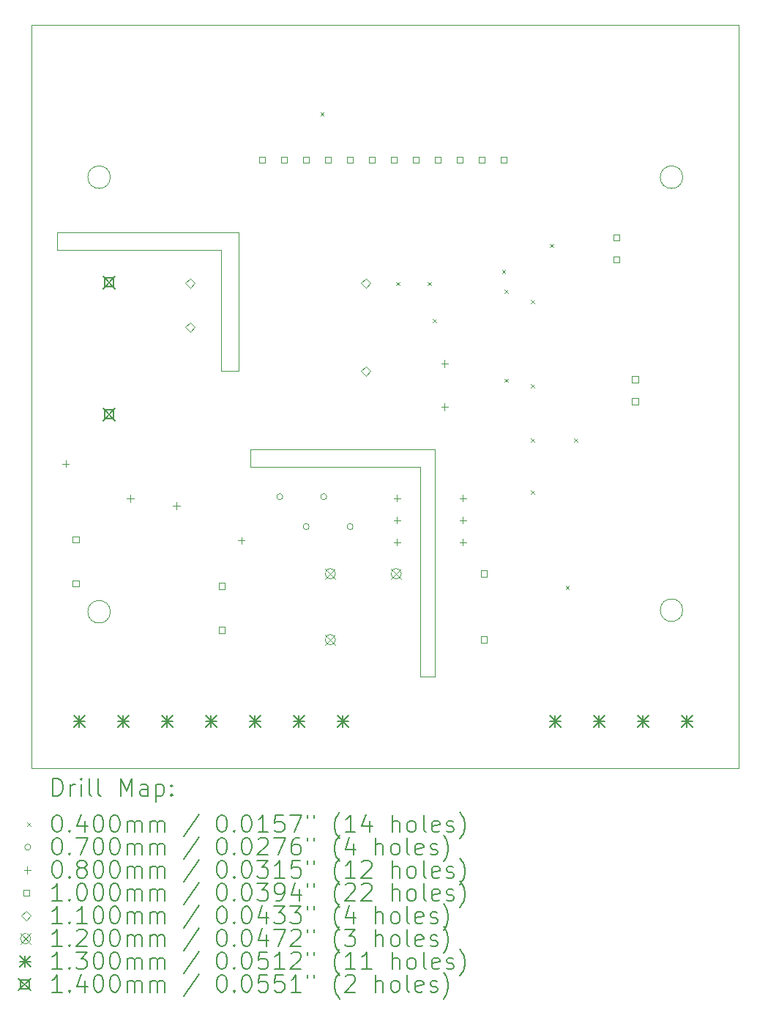
<source format=gbr>
%TF.GenerationSoftware,KiCad,Pcbnew,(6.0.9)*%
%TF.CreationDate,2023-01-13T11:10:19+01:00*%
%TF.ProjectId,heating-controller,68656174-696e-4672-9d63-6f6e74726f6c,rev?*%
%TF.SameCoordinates,Original*%
%TF.FileFunction,Drillmap*%
%TF.FilePolarity,Positive*%
%FSLAX45Y45*%
G04 Gerber Fmt 4.5, Leading zero omitted, Abs format (unit mm)*
G04 Created by KiCad (PCBNEW (6.0.9)) date 2023-01-13 11:10:19*
%MOMM*%
%LPD*%
G01*
G04 APERTURE LIST*
%ADD10C,0.100000*%
%ADD11C,0.200000*%
%ADD12C,0.040000*%
%ADD13C,0.070000*%
%ADD14C,0.080000*%
%ADD15C,0.110000*%
%ADD16C,0.120000*%
%ADD17C,0.130000*%
%ADD18C,0.140000*%
G04 APERTURE END LIST*
D10*
X2930000Y-3770000D02*
G75*
G03*
X2930000Y-3770000I-130000J0D01*
G01*
X6680000Y-9541100D02*
X6515000Y-9541100D01*
X6515000Y-7112860D01*
X4549920Y-7112860D01*
X4549920Y-6910000D01*
X6680000Y-6910000D01*
X6680000Y-9541100D01*
X2015000Y-2010000D02*
X10200000Y-2010000D01*
X10200000Y-2010000D02*
X10200000Y-10600000D01*
X10200000Y-10600000D02*
X2015000Y-10600000D01*
X2015000Y-10600000D02*
X2015000Y-2010000D01*
X2930000Y-8790000D02*
G75*
G03*
X2930000Y-8790000I-130000J0D01*
G01*
X9550000Y-3770000D02*
G75*
G03*
X9550000Y-3770000I-130000J0D01*
G01*
X4415000Y-6010000D02*
X4215000Y-6010000D01*
X4215000Y-4610000D01*
X2315000Y-4610000D01*
X2315000Y-4410000D01*
X4415000Y-4410000D01*
X4415000Y-6010000D01*
X9550000Y-8771480D02*
G75*
G03*
X9550000Y-8771480I-130000J0D01*
G01*
D11*
D12*
X5360000Y-3020000D02*
X5400000Y-3060000D01*
X5400000Y-3020000D02*
X5360000Y-3060000D01*
X6235800Y-4979580D02*
X6275800Y-5019580D01*
X6275800Y-4979580D02*
X6235800Y-5019580D01*
X6602560Y-4979580D02*
X6642560Y-5019580D01*
X6642560Y-4979580D02*
X6602560Y-5019580D01*
X6660980Y-5408840D02*
X6700980Y-5448840D01*
X6700980Y-5408840D02*
X6660980Y-5448840D01*
X7460000Y-4840000D02*
X7500000Y-4880000D01*
X7500000Y-4840000D02*
X7460000Y-4880000D01*
X7491560Y-5070000D02*
X7531560Y-5110000D01*
X7531560Y-5070000D02*
X7491560Y-5110000D01*
X7491560Y-6097180D02*
X7531560Y-6137180D01*
X7531560Y-6097180D02*
X7491560Y-6137180D01*
X7795000Y-5190000D02*
X7835000Y-5230000D01*
X7835000Y-5190000D02*
X7795000Y-5230000D01*
X7795000Y-6163220D02*
X7835000Y-6203220D01*
X7835000Y-6163220D02*
X7795000Y-6203220D01*
X7795000Y-6790000D02*
X7835000Y-6830000D01*
X7835000Y-6790000D02*
X7795000Y-6830000D01*
X7795000Y-7390000D02*
X7835000Y-7430000D01*
X7835000Y-7390000D02*
X7795000Y-7430000D01*
X8015000Y-4540000D02*
X8055000Y-4580000D01*
X8055000Y-4540000D02*
X8015000Y-4580000D01*
X8195000Y-8490000D02*
X8235000Y-8530000D01*
X8235000Y-8490000D02*
X8195000Y-8530000D01*
X8295000Y-6790000D02*
X8335000Y-6830000D01*
X8335000Y-6790000D02*
X8295000Y-6830000D01*
D13*
X4925280Y-7460840D02*
G75*
G03*
X4925280Y-7460840I-35000J0D01*
G01*
X5230080Y-7806280D02*
G75*
G03*
X5230080Y-7806280I-35000J0D01*
G01*
X5433280Y-7460840D02*
G75*
G03*
X5433280Y-7460840I-35000J0D01*
G01*
X5738080Y-7806280D02*
G75*
G03*
X5738080Y-7806280I-35000J0D01*
G01*
D14*
X2412160Y-7040500D02*
X2412160Y-7120500D01*
X2372160Y-7080500D02*
X2452160Y-7080500D01*
X3162160Y-7440500D02*
X3162160Y-7520500D01*
X3122160Y-7480500D02*
X3202160Y-7480500D01*
X3694860Y-7525640D02*
X3694860Y-7605640D01*
X3654860Y-7565640D02*
X3734860Y-7565640D01*
X4444860Y-7925640D02*
X4444860Y-8005640D01*
X4404860Y-7965640D02*
X4484860Y-7965640D01*
X6246640Y-7438620D02*
X6246640Y-7518620D01*
X6206640Y-7478620D02*
X6286640Y-7478620D01*
X6246640Y-7692620D02*
X6246640Y-7772620D01*
X6206640Y-7732620D02*
X6286640Y-7732620D01*
X6246640Y-7946620D02*
X6246640Y-8026620D01*
X6206640Y-7986620D02*
X6286640Y-7986620D01*
X6797820Y-5884140D02*
X6797820Y-5964140D01*
X6757820Y-5924140D02*
X6837820Y-5924140D01*
X6797820Y-6384140D02*
X6797820Y-6464140D01*
X6757820Y-6424140D02*
X6837820Y-6424140D01*
X7008640Y-7438620D02*
X7008640Y-7518620D01*
X6968640Y-7478620D02*
X7048640Y-7478620D01*
X7008640Y-7692620D02*
X7008640Y-7772620D01*
X6968640Y-7732620D02*
X7048640Y-7732620D01*
X7008640Y-7946620D02*
X7008640Y-8026620D01*
X6968640Y-7986620D02*
X7048640Y-7986620D01*
D10*
X2565976Y-7991496D02*
X2565976Y-7920784D01*
X2495264Y-7920784D01*
X2495264Y-7991496D01*
X2565976Y-7991496D01*
X2565976Y-8499496D02*
X2565976Y-8428784D01*
X2495264Y-8428784D01*
X2495264Y-8499496D01*
X2565976Y-8499496D01*
X4255356Y-8527356D02*
X4255356Y-8456644D01*
X4184644Y-8456644D01*
X4184644Y-8527356D01*
X4255356Y-8527356D01*
X4255356Y-9035356D02*
X4255356Y-8964644D01*
X4184644Y-8964644D01*
X4184644Y-9035356D01*
X4255356Y-9035356D01*
X4718356Y-3605356D02*
X4718356Y-3534644D01*
X4647644Y-3534644D01*
X4647644Y-3605356D01*
X4718356Y-3605356D01*
X4972356Y-3605356D02*
X4972356Y-3534644D01*
X4901644Y-3534644D01*
X4901644Y-3605356D01*
X4972356Y-3605356D01*
X5226356Y-3605356D02*
X5226356Y-3534644D01*
X5155644Y-3534644D01*
X5155644Y-3605356D01*
X5226356Y-3605356D01*
X5480356Y-3605356D02*
X5480356Y-3534644D01*
X5409644Y-3534644D01*
X5409644Y-3605356D01*
X5480356Y-3605356D01*
X5734356Y-3605356D02*
X5734356Y-3534644D01*
X5663644Y-3534644D01*
X5663644Y-3605356D01*
X5734356Y-3605356D01*
X5988356Y-3605356D02*
X5988356Y-3534644D01*
X5917644Y-3534644D01*
X5917644Y-3605356D01*
X5988356Y-3605356D01*
X6242356Y-3605356D02*
X6242356Y-3534644D01*
X6171644Y-3534644D01*
X6171644Y-3605356D01*
X6242356Y-3605356D01*
X6496356Y-3605356D02*
X6496356Y-3534644D01*
X6425644Y-3534644D01*
X6425644Y-3605356D01*
X6496356Y-3605356D01*
X6750356Y-3605356D02*
X6750356Y-3534644D01*
X6679644Y-3534644D01*
X6679644Y-3605356D01*
X6750356Y-3605356D01*
X7004356Y-3605356D02*
X7004356Y-3534644D01*
X6933644Y-3534644D01*
X6933644Y-3605356D01*
X7004356Y-3605356D01*
X7258356Y-3605356D02*
X7258356Y-3534644D01*
X7187644Y-3534644D01*
X7187644Y-3605356D01*
X7258356Y-3605356D01*
X7287836Y-8385356D02*
X7287836Y-8314644D01*
X7217124Y-8314644D01*
X7217124Y-8385356D01*
X7287836Y-8385356D01*
X7287836Y-9147356D02*
X7287836Y-9076644D01*
X7217124Y-9076644D01*
X7217124Y-9147356D01*
X7287836Y-9147356D01*
X7512356Y-3605356D02*
X7512356Y-3534644D01*
X7441644Y-3534644D01*
X7441644Y-3605356D01*
X7512356Y-3605356D01*
X8820356Y-4500356D02*
X8820356Y-4429644D01*
X8749644Y-4429644D01*
X8749644Y-4500356D01*
X8820356Y-4500356D01*
X8820356Y-4754356D02*
X8820356Y-4683644D01*
X8749644Y-4683644D01*
X8749644Y-4754356D01*
X8820356Y-4754356D01*
X9035356Y-6141356D02*
X9035356Y-6070644D01*
X8964644Y-6070644D01*
X8964644Y-6141356D01*
X9035356Y-6141356D01*
X9035356Y-6395356D02*
X9035356Y-6324644D01*
X8964644Y-6324644D01*
X8964644Y-6395356D01*
X9035356Y-6395356D01*
D15*
X3852420Y-5050000D02*
X3907420Y-4995000D01*
X3852420Y-4940000D01*
X3797420Y-4995000D01*
X3852420Y-5050000D01*
X3852420Y-5558000D02*
X3907420Y-5503000D01*
X3852420Y-5448000D01*
X3797420Y-5503000D01*
X3852420Y-5558000D01*
X5884420Y-5050000D02*
X5939420Y-4995000D01*
X5884420Y-4940000D01*
X5829420Y-4995000D01*
X5884420Y-5050000D01*
X5884420Y-6066000D02*
X5939420Y-6011000D01*
X5884420Y-5956000D01*
X5829420Y-6011000D01*
X5884420Y-6066000D01*
D16*
X5414480Y-8290000D02*
X5534480Y-8410000D01*
X5534480Y-8290000D02*
X5414480Y-8410000D01*
X5534480Y-8350000D02*
G75*
G03*
X5534480Y-8350000I-60000J0D01*
G01*
X5414480Y-9052000D02*
X5534480Y-9172000D01*
X5534480Y-9052000D02*
X5414480Y-9172000D01*
X5534480Y-9112000D02*
G75*
G03*
X5534480Y-9112000I-60000J0D01*
G01*
X6176480Y-8290000D02*
X6296480Y-8410000D01*
X6296480Y-8290000D02*
X6176480Y-8410000D01*
X6296480Y-8350000D02*
G75*
G03*
X6296480Y-8350000I-60000J0D01*
G01*
D17*
X2507000Y-9990000D02*
X2637000Y-10120000D01*
X2637000Y-9990000D02*
X2507000Y-10120000D01*
X2572000Y-9990000D02*
X2572000Y-10120000D01*
X2507000Y-10055000D02*
X2637000Y-10055000D01*
X3015000Y-9990000D02*
X3145000Y-10120000D01*
X3145000Y-9990000D02*
X3015000Y-10120000D01*
X3080000Y-9990000D02*
X3080000Y-10120000D01*
X3015000Y-10055000D02*
X3145000Y-10055000D01*
X3523000Y-9990000D02*
X3653000Y-10120000D01*
X3653000Y-9990000D02*
X3523000Y-10120000D01*
X3588000Y-9990000D02*
X3588000Y-10120000D01*
X3523000Y-10055000D02*
X3653000Y-10055000D01*
X4031000Y-9990000D02*
X4161000Y-10120000D01*
X4161000Y-9990000D02*
X4031000Y-10120000D01*
X4096000Y-9990000D02*
X4096000Y-10120000D01*
X4031000Y-10055000D02*
X4161000Y-10055000D01*
X4539000Y-9990000D02*
X4669000Y-10120000D01*
X4669000Y-9990000D02*
X4539000Y-10120000D01*
X4604000Y-9990000D02*
X4604000Y-10120000D01*
X4539000Y-10055000D02*
X4669000Y-10055000D01*
X5047000Y-9990000D02*
X5177000Y-10120000D01*
X5177000Y-9990000D02*
X5047000Y-10120000D01*
X5112000Y-9990000D02*
X5112000Y-10120000D01*
X5047000Y-10055000D02*
X5177000Y-10055000D01*
X5555000Y-9990000D02*
X5685000Y-10120000D01*
X5685000Y-9990000D02*
X5555000Y-10120000D01*
X5620000Y-9990000D02*
X5620000Y-10120000D01*
X5555000Y-10055000D02*
X5685000Y-10055000D01*
X8010000Y-9990000D02*
X8140000Y-10120000D01*
X8140000Y-9990000D02*
X8010000Y-10120000D01*
X8075000Y-9990000D02*
X8075000Y-10120000D01*
X8010000Y-10055000D02*
X8140000Y-10055000D01*
X8518000Y-9990000D02*
X8648000Y-10120000D01*
X8648000Y-9990000D02*
X8518000Y-10120000D01*
X8583000Y-9990000D02*
X8583000Y-10120000D01*
X8518000Y-10055000D02*
X8648000Y-10055000D01*
X9026000Y-9990000D02*
X9156000Y-10120000D01*
X9156000Y-9990000D02*
X9026000Y-10120000D01*
X9091000Y-9990000D02*
X9091000Y-10120000D01*
X9026000Y-10055000D02*
X9156000Y-10055000D01*
X9534000Y-9990000D02*
X9664000Y-10120000D01*
X9664000Y-9990000D02*
X9534000Y-10120000D01*
X9599000Y-9990000D02*
X9599000Y-10120000D01*
X9534000Y-10055000D02*
X9664000Y-10055000D01*
D18*
X2845000Y-4916000D02*
X2985000Y-5056000D01*
X2985000Y-4916000D02*
X2845000Y-5056000D01*
X2964498Y-5035498D02*
X2964498Y-4936502D01*
X2865502Y-4936502D01*
X2865502Y-5035498D01*
X2964498Y-5035498D01*
X2845000Y-6440000D02*
X2985000Y-6580000D01*
X2985000Y-6440000D02*
X2845000Y-6580000D01*
X2964498Y-6559498D02*
X2964498Y-6460502D01*
X2865502Y-6460502D01*
X2865502Y-6559498D01*
X2964498Y-6559498D01*
D11*
X2267619Y-10915476D02*
X2267619Y-10715476D01*
X2315238Y-10715476D01*
X2343810Y-10725000D01*
X2362857Y-10744048D01*
X2372381Y-10763095D01*
X2381905Y-10801190D01*
X2381905Y-10829762D01*
X2372381Y-10867857D01*
X2362857Y-10886905D01*
X2343810Y-10905952D01*
X2315238Y-10915476D01*
X2267619Y-10915476D01*
X2467619Y-10915476D02*
X2467619Y-10782143D01*
X2467619Y-10820238D02*
X2477143Y-10801190D01*
X2486667Y-10791667D01*
X2505714Y-10782143D01*
X2524762Y-10782143D01*
X2591429Y-10915476D02*
X2591429Y-10782143D01*
X2591429Y-10715476D02*
X2581905Y-10725000D01*
X2591429Y-10734524D01*
X2600952Y-10725000D01*
X2591429Y-10715476D01*
X2591429Y-10734524D01*
X2715238Y-10915476D02*
X2696190Y-10905952D01*
X2686667Y-10886905D01*
X2686667Y-10715476D01*
X2820000Y-10915476D02*
X2800952Y-10905952D01*
X2791429Y-10886905D01*
X2791429Y-10715476D01*
X3048571Y-10915476D02*
X3048571Y-10715476D01*
X3115238Y-10858333D01*
X3181905Y-10715476D01*
X3181905Y-10915476D01*
X3362857Y-10915476D02*
X3362857Y-10810714D01*
X3353333Y-10791667D01*
X3334286Y-10782143D01*
X3296190Y-10782143D01*
X3277143Y-10791667D01*
X3362857Y-10905952D02*
X3343809Y-10915476D01*
X3296190Y-10915476D01*
X3277143Y-10905952D01*
X3267619Y-10886905D01*
X3267619Y-10867857D01*
X3277143Y-10848810D01*
X3296190Y-10839286D01*
X3343809Y-10839286D01*
X3362857Y-10829762D01*
X3458095Y-10782143D02*
X3458095Y-10982143D01*
X3458095Y-10791667D02*
X3477143Y-10782143D01*
X3515238Y-10782143D01*
X3534286Y-10791667D01*
X3543809Y-10801190D01*
X3553333Y-10820238D01*
X3553333Y-10877381D01*
X3543809Y-10896429D01*
X3534286Y-10905952D01*
X3515238Y-10915476D01*
X3477143Y-10915476D01*
X3458095Y-10905952D01*
X3639048Y-10896429D02*
X3648571Y-10905952D01*
X3639048Y-10915476D01*
X3629524Y-10905952D01*
X3639048Y-10896429D01*
X3639048Y-10915476D01*
X3639048Y-10791667D02*
X3648571Y-10801190D01*
X3639048Y-10810714D01*
X3629524Y-10801190D01*
X3639048Y-10791667D01*
X3639048Y-10810714D01*
D12*
X1970000Y-11225000D02*
X2010000Y-11265000D01*
X2010000Y-11225000D02*
X1970000Y-11265000D01*
D11*
X2305714Y-11135476D02*
X2324762Y-11135476D01*
X2343810Y-11145000D01*
X2353333Y-11154524D01*
X2362857Y-11173571D01*
X2372381Y-11211667D01*
X2372381Y-11259286D01*
X2362857Y-11297381D01*
X2353333Y-11316428D01*
X2343810Y-11325952D01*
X2324762Y-11335476D01*
X2305714Y-11335476D01*
X2286667Y-11325952D01*
X2277143Y-11316428D01*
X2267619Y-11297381D01*
X2258095Y-11259286D01*
X2258095Y-11211667D01*
X2267619Y-11173571D01*
X2277143Y-11154524D01*
X2286667Y-11145000D01*
X2305714Y-11135476D01*
X2458095Y-11316428D02*
X2467619Y-11325952D01*
X2458095Y-11335476D01*
X2448571Y-11325952D01*
X2458095Y-11316428D01*
X2458095Y-11335476D01*
X2639048Y-11202143D02*
X2639048Y-11335476D01*
X2591429Y-11125952D02*
X2543810Y-11268809D01*
X2667619Y-11268809D01*
X2781905Y-11135476D02*
X2800952Y-11135476D01*
X2820000Y-11145000D01*
X2829524Y-11154524D01*
X2839048Y-11173571D01*
X2848571Y-11211667D01*
X2848571Y-11259286D01*
X2839048Y-11297381D01*
X2829524Y-11316428D01*
X2820000Y-11325952D01*
X2800952Y-11335476D01*
X2781905Y-11335476D01*
X2762857Y-11325952D01*
X2753333Y-11316428D01*
X2743810Y-11297381D01*
X2734286Y-11259286D01*
X2734286Y-11211667D01*
X2743810Y-11173571D01*
X2753333Y-11154524D01*
X2762857Y-11145000D01*
X2781905Y-11135476D01*
X2972381Y-11135476D02*
X2991428Y-11135476D01*
X3010476Y-11145000D01*
X3020000Y-11154524D01*
X3029524Y-11173571D01*
X3039048Y-11211667D01*
X3039048Y-11259286D01*
X3029524Y-11297381D01*
X3020000Y-11316428D01*
X3010476Y-11325952D01*
X2991428Y-11335476D01*
X2972381Y-11335476D01*
X2953333Y-11325952D01*
X2943809Y-11316428D01*
X2934286Y-11297381D01*
X2924762Y-11259286D01*
X2924762Y-11211667D01*
X2934286Y-11173571D01*
X2943809Y-11154524D01*
X2953333Y-11145000D01*
X2972381Y-11135476D01*
X3124762Y-11335476D02*
X3124762Y-11202143D01*
X3124762Y-11221190D02*
X3134286Y-11211667D01*
X3153333Y-11202143D01*
X3181905Y-11202143D01*
X3200952Y-11211667D01*
X3210476Y-11230714D01*
X3210476Y-11335476D01*
X3210476Y-11230714D02*
X3220000Y-11211667D01*
X3239048Y-11202143D01*
X3267619Y-11202143D01*
X3286667Y-11211667D01*
X3296190Y-11230714D01*
X3296190Y-11335476D01*
X3391428Y-11335476D02*
X3391428Y-11202143D01*
X3391428Y-11221190D02*
X3400952Y-11211667D01*
X3420000Y-11202143D01*
X3448571Y-11202143D01*
X3467619Y-11211667D01*
X3477143Y-11230714D01*
X3477143Y-11335476D01*
X3477143Y-11230714D02*
X3486667Y-11211667D01*
X3505714Y-11202143D01*
X3534286Y-11202143D01*
X3553333Y-11211667D01*
X3562857Y-11230714D01*
X3562857Y-11335476D01*
X3953333Y-11125952D02*
X3781905Y-11383095D01*
X4210476Y-11135476D02*
X4229524Y-11135476D01*
X4248571Y-11145000D01*
X4258095Y-11154524D01*
X4267619Y-11173571D01*
X4277143Y-11211667D01*
X4277143Y-11259286D01*
X4267619Y-11297381D01*
X4258095Y-11316428D01*
X4248571Y-11325952D01*
X4229524Y-11335476D01*
X4210476Y-11335476D01*
X4191428Y-11325952D01*
X4181905Y-11316428D01*
X4172381Y-11297381D01*
X4162857Y-11259286D01*
X4162857Y-11211667D01*
X4172381Y-11173571D01*
X4181905Y-11154524D01*
X4191428Y-11145000D01*
X4210476Y-11135476D01*
X4362857Y-11316428D02*
X4372381Y-11325952D01*
X4362857Y-11335476D01*
X4353333Y-11325952D01*
X4362857Y-11316428D01*
X4362857Y-11335476D01*
X4496190Y-11135476D02*
X4515238Y-11135476D01*
X4534286Y-11145000D01*
X4543810Y-11154524D01*
X4553333Y-11173571D01*
X4562857Y-11211667D01*
X4562857Y-11259286D01*
X4553333Y-11297381D01*
X4543810Y-11316428D01*
X4534286Y-11325952D01*
X4515238Y-11335476D01*
X4496190Y-11335476D01*
X4477143Y-11325952D01*
X4467619Y-11316428D01*
X4458095Y-11297381D01*
X4448571Y-11259286D01*
X4448571Y-11211667D01*
X4458095Y-11173571D01*
X4467619Y-11154524D01*
X4477143Y-11145000D01*
X4496190Y-11135476D01*
X4753333Y-11335476D02*
X4639048Y-11335476D01*
X4696190Y-11335476D02*
X4696190Y-11135476D01*
X4677143Y-11164048D01*
X4658095Y-11183095D01*
X4639048Y-11192619D01*
X4934286Y-11135476D02*
X4839048Y-11135476D01*
X4829524Y-11230714D01*
X4839048Y-11221190D01*
X4858095Y-11211667D01*
X4905714Y-11211667D01*
X4924762Y-11221190D01*
X4934286Y-11230714D01*
X4943810Y-11249762D01*
X4943810Y-11297381D01*
X4934286Y-11316428D01*
X4924762Y-11325952D01*
X4905714Y-11335476D01*
X4858095Y-11335476D01*
X4839048Y-11325952D01*
X4829524Y-11316428D01*
X5010476Y-11135476D02*
X5143810Y-11135476D01*
X5058095Y-11335476D01*
X5210476Y-11135476D02*
X5210476Y-11173571D01*
X5286667Y-11135476D02*
X5286667Y-11173571D01*
X5581905Y-11411667D02*
X5572381Y-11402143D01*
X5553333Y-11373571D01*
X5543810Y-11354524D01*
X5534286Y-11325952D01*
X5524762Y-11278333D01*
X5524762Y-11240238D01*
X5534286Y-11192619D01*
X5543810Y-11164048D01*
X5553333Y-11145000D01*
X5572381Y-11116429D01*
X5581905Y-11106905D01*
X5762857Y-11335476D02*
X5648571Y-11335476D01*
X5705714Y-11335476D02*
X5705714Y-11135476D01*
X5686667Y-11164048D01*
X5667619Y-11183095D01*
X5648571Y-11192619D01*
X5934286Y-11202143D02*
X5934286Y-11335476D01*
X5886667Y-11125952D02*
X5839048Y-11268809D01*
X5962857Y-11268809D01*
X6191428Y-11335476D02*
X6191428Y-11135476D01*
X6277143Y-11335476D02*
X6277143Y-11230714D01*
X6267619Y-11211667D01*
X6248571Y-11202143D01*
X6220000Y-11202143D01*
X6200952Y-11211667D01*
X6191428Y-11221190D01*
X6400952Y-11335476D02*
X6381905Y-11325952D01*
X6372381Y-11316428D01*
X6362857Y-11297381D01*
X6362857Y-11240238D01*
X6372381Y-11221190D01*
X6381905Y-11211667D01*
X6400952Y-11202143D01*
X6429524Y-11202143D01*
X6448571Y-11211667D01*
X6458095Y-11221190D01*
X6467619Y-11240238D01*
X6467619Y-11297381D01*
X6458095Y-11316428D01*
X6448571Y-11325952D01*
X6429524Y-11335476D01*
X6400952Y-11335476D01*
X6581905Y-11335476D02*
X6562857Y-11325952D01*
X6553333Y-11306905D01*
X6553333Y-11135476D01*
X6734286Y-11325952D02*
X6715238Y-11335476D01*
X6677143Y-11335476D01*
X6658095Y-11325952D01*
X6648571Y-11306905D01*
X6648571Y-11230714D01*
X6658095Y-11211667D01*
X6677143Y-11202143D01*
X6715238Y-11202143D01*
X6734286Y-11211667D01*
X6743809Y-11230714D01*
X6743809Y-11249762D01*
X6648571Y-11268809D01*
X6820000Y-11325952D02*
X6839048Y-11335476D01*
X6877143Y-11335476D01*
X6896190Y-11325952D01*
X6905714Y-11306905D01*
X6905714Y-11297381D01*
X6896190Y-11278333D01*
X6877143Y-11268809D01*
X6848571Y-11268809D01*
X6829524Y-11259286D01*
X6820000Y-11240238D01*
X6820000Y-11230714D01*
X6829524Y-11211667D01*
X6848571Y-11202143D01*
X6877143Y-11202143D01*
X6896190Y-11211667D01*
X6972381Y-11411667D02*
X6981905Y-11402143D01*
X7000952Y-11373571D01*
X7010476Y-11354524D01*
X7020000Y-11325952D01*
X7029524Y-11278333D01*
X7029524Y-11240238D01*
X7020000Y-11192619D01*
X7010476Y-11164048D01*
X7000952Y-11145000D01*
X6981905Y-11116429D01*
X6972381Y-11106905D01*
D13*
X2010000Y-11509000D02*
G75*
G03*
X2010000Y-11509000I-35000J0D01*
G01*
D11*
X2305714Y-11399476D02*
X2324762Y-11399476D01*
X2343810Y-11409000D01*
X2353333Y-11418524D01*
X2362857Y-11437571D01*
X2372381Y-11475667D01*
X2372381Y-11523286D01*
X2362857Y-11561381D01*
X2353333Y-11580428D01*
X2343810Y-11589952D01*
X2324762Y-11599476D01*
X2305714Y-11599476D01*
X2286667Y-11589952D01*
X2277143Y-11580428D01*
X2267619Y-11561381D01*
X2258095Y-11523286D01*
X2258095Y-11475667D01*
X2267619Y-11437571D01*
X2277143Y-11418524D01*
X2286667Y-11409000D01*
X2305714Y-11399476D01*
X2458095Y-11580428D02*
X2467619Y-11589952D01*
X2458095Y-11599476D01*
X2448571Y-11589952D01*
X2458095Y-11580428D01*
X2458095Y-11599476D01*
X2534286Y-11399476D02*
X2667619Y-11399476D01*
X2581905Y-11599476D01*
X2781905Y-11399476D02*
X2800952Y-11399476D01*
X2820000Y-11409000D01*
X2829524Y-11418524D01*
X2839048Y-11437571D01*
X2848571Y-11475667D01*
X2848571Y-11523286D01*
X2839048Y-11561381D01*
X2829524Y-11580428D01*
X2820000Y-11589952D01*
X2800952Y-11599476D01*
X2781905Y-11599476D01*
X2762857Y-11589952D01*
X2753333Y-11580428D01*
X2743810Y-11561381D01*
X2734286Y-11523286D01*
X2734286Y-11475667D01*
X2743810Y-11437571D01*
X2753333Y-11418524D01*
X2762857Y-11409000D01*
X2781905Y-11399476D01*
X2972381Y-11399476D02*
X2991428Y-11399476D01*
X3010476Y-11409000D01*
X3020000Y-11418524D01*
X3029524Y-11437571D01*
X3039048Y-11475667D01*
X3039048Y-11523286D01*
X3029524Y-11561381D01*
X3020000Y-11580428D01*
X3010476Y-11589952D01*
X2991428Y-11599476D01*
X2972381Y-11599476D01*
X2953333Y-11589952D01*
X2943809Y-11580428D01*
X2934286Y-11561381D01*
X2924762Y-11523286D01*
X2924762Y-11475667D01*
X2934286Y-11437571D01*
X2943809Y-11418524D01*
X2953333Y-11409000D01*
X2972381Y-11399476D01*
X3124762Y-11599476D02*
X3124762Y-11466143D01*
X3124762Y-11485190D02*
X3134286Y-11475667D01*
X3153333Y-11466143D01*
X3181905Y-11466143D01*
X3200952Y-11475667D01*
X3210476Y-11494714D01*
X3210476Y-11599476D01*
X3210476Y-11494714D02*
X3220000Y-11475667D01*
X3239048Y-11466143D01*
X3267619Y-11466143D01*
X3286667Y-11475667D01*
X3296190Y-11494714D01*
X3296190Y-11599476D01*
X3391428Y-11599476D02*
X3391428Y-11466143D01*
X3391428Y-11485190D02*
X3400952Y-11475667D01*
X3420000Y-11466143D01*
X3448571Y-11466143D01*
X3467619Y-11475667D01*
X3477143Y-11494714D01*
X3477143Y-11599476D01*
X3477143Y-11494714D02*
X3486667Y-11475667D01*
X3505714Y-11466143D01*
X3534286Y-11466143D01*
X3553333Y-11475667D01*
X3562857Y-11494714D01*
X3562857Y-11599476D01*
X3953333Y-11389952D02*
X3781905Y-11647095D01*
X4210476Y-11399476D02*
X4229524Y-11399476D01*
X4248571Y-11409000D01*
X4258095Y-11418524D01*
X4267619Y-11437571D01*
X4277143Y-11475667D01*
X4277143Y-11523286D01*
X4267619Y-11561381D01*
X4258095Y-11580428D01*
X4248571Y-11589952D01*
X4229524Y-11599476D01*
X4210476Y-11599476D01*
X4191428Y-11589952D01*
X4181905Y-11580428D01*
X4172381Y-11561381D01*
X4162857Y-11523286D01*
X4162857Y-11475667D01*
X4172381Y-11437571D01*
X4181905Y-11418524D01*
X4191428Y-11409000D01*
X4210476Y-11399476D01*
X4362857Y-11580428D02*
X4372381Y-11589952D01*
X4362857Y-11599476D01*
X4353333Y-11589952D01*
X4362857Y-11580428D01*
X4362857Y-11599476D01*
X4496190Y-11399476D02*
X4515238Y-11399476D01*
X4534286Y-11409000D01*
X4543810Y-11418524D01*
X4553333Y-11437571D01*
X4562857Y-11475667D01*
X4562857Y-11523286D01*
X4553333Y-11561381D01*
X4543810Y-11580428D01*
X4534286Y-11589952D01*
X4515238Y-11599476D01*
X4496190Y-11599476D01*
X4477143Y-11589952D01*
X4467619Y-11580428D01*
X4458095Y-11561381D01*
X4448571Y-11523286D01*
X4448571Y-11475667D01*
X4458095Y-11437571D01*
X4467619Y-11418524D01*
X4477143Y-11409000D01*
X4496190Y-11399476D01*
X4639048Y-11418524D02*
X4648571Y-11409000D01*
X4667619Y-11399476D01*
X4715238Y-11399476D01*
X4734286Y-11409000D01*
X4743810Y-11418524D01*
X4753333Y-11437571D01*
X4753333Y-11456619D01*
X4743810Y-11485190D01*
X4629524Y-11599476D01*
X4753333Y-11599476D01*
X4820000Y-11399476D02*
X4953333Y-11399476D01*
X4867619Y-11599476D01*
X5115238Y-11399476D02*
X5077143Y-11399476D01*
X5058095Y-11409000D01*
X5048571Y-11418524D01*
X5029524Y-11447095D01*
X5020000Y-11485190D01*
X5020000Y-11561381D01*
X5029524Y-11580428D01*
X5039048Y-11589952D01*
X5058095Y-11599476D01*
X5096190Y-11599476D01*
X5115238Y-11589952D01*
X5124762Y-11580428D01*
X5134286Y-11561381D01*
X5134286Y-11513762D01*
X5124762Y-11494714D01*
X5115238Y-11485190D01*
X5096190Y-11475667D01*
X5058095Y-11475667D01*
X5039048Y-11485190D01*
X5029524Y-11494714D01*
X5020000Y-11513762D01*
X5210476Y-11399476D02*
X5210476Y-11437571D01*
X5286667Y-11399476D02*
X5286667Y-11437571D01*
X5581905Y-11675667D02*
X5572381Y-11666143D01*
X5553333Y-11637571D01*
X5543810Y-11618524D01*
X5534286Y-11589952D01*
X5524762Y-11542333D01*
X5524762Y-11504238D01*
X5534286Y-11456619D01*
X5543810Y-11428048D01*
X5553333Y-11409000D01*
X5572381Y-11380428D01*
X5581905Y-11370905D01*
X5743809Y-11466143D02*
X5743809Y-11599476D01*
X5696190Y-11389952D02*
X5648571Y-11532809D01*
X5772381Y-11532809D01*
X6000952Y-11599476D02*
X6000952Y-11399476D01*
X6086667Y-11599476D02*
X6086667Y-11494714D01*
X6077143Y-11475667D01*
X6058095Y-11466143D01*
X6029524Y-11466143D01*
X6010476Y-11475667D01*
X6000952Y-11485190D01*
X6210476Y-11599476D02*
X6191428Y-11589952D01*
X6181905Y-11580428D01*
X6172381Y-11561381D01*
X6172381Y-11504238D01*
X6181905Y-11485190D01*
X6191428Y-11475667D01*
X6210476Y-11466143D01*
X6239048Y-11466143D01*
X6258095Y-11475667D01*
X6267619Y-11485190D01*
X6277143Y-11504238D01*
X6277143Y-11561381D01*
X6267619Y-11580428D01*
X6258095Y-11589952D01*
X6239048Y-11599476D01*
X6210476Y-11599476D01*
X6391428Y-11599476D02*
X6372381Y-11589952D01*
X6362857Y-11570905D01*
X6362857Y-11399476D01*
X6543809Y-11589952D02*
X6524762Y-11599476D01*
X6486667Y-11599476D01*
X6467619Y-11589952D01*
X6458095Y-11570905D01*
X6458095Y-11494714D01*
X6467619Y-11475667D01*
X6486667Y-11466143D01*
X6524762Y-11466143D01*
X6543809Y-11475667D01*
X6553333Y-11494714D01*
X6553333Y-11513762D01*
X6458095Y-11532809D01*
X6629524Y-11589952D02*
X6648571Y-11599476D01*
X6686667Y-11599476D01*
X6705714Y-11589952D01*
X6715238Y-11570905D01*
X6715238Y-11561381D01*
X6705714Y-11542333D01*
X6686667Y-11532809D01*
X6658095Y-11532809D01*
X6639048Y-11523286D01*
X6629524Y-11504238D01*
X6629524Y-11494714D01*
X6639048Y-11475667D01*
X6658095Y-11466143D01*
X6686667Y-11466143D01*
X6705714Y-11475667D01*
X6781905Y-11675667D02*
X6791428Y-11666143D01*
X6810476Y-11637571D01*
X6820000Y-11618524D01*
X6829524Y-11589952D01*
X6839048Y-11542333D01*
X6839048Y-11504238D01*
X6829524Y-11456619D01*
X6820000Y-11428048D01*
X6810476Y-11409000D01*
X6791428Y-11380428D01*
X6781905Y-11370905D01*
D14*
X1970000Y-11733000D02*
X1970000Y-11813000D01*
X1930000Y-11773000D02*
X2010000Y-11773000D01*
D11*
X2305714Y-11663476D02*
X2324762Y-11663476D01*
X2343810Y-11673000D01*
X2353333Y-11682524D01*
X2362857Y-11701571D01*
X2372381Y-11739667D01*
X2372381Y-11787286D01*
X2362857Y-11825381D01*
X2353333Y-11844428D01*
X2343810Y-11853952D01*
X2324762Y-11863476D01*
X2305714Y-11863476D01*
X2286667Y-11853952D01*
X2277143Y-11844428D01*
X2267619Y-11825381D01*
X2258095Y-11787286D01*
X2258095Y-11739667D01*
X2267619Y-11701571D01*
X2277143Y-11682524D01*
X2286667Y-11673000D01*
X2305714Y-11663476D01*
X2458095Y-11844428D02*
X2467619Y-11853952D01*
X2458095Y-11863476D01*
X2448571Y-11853952D01*
X2458095Y-11844428D01*
X2458095Y-11863476D01*
X2581905Y-11749190D02*
X2562857Y-11739667D01*
X2553333Y-11730143D01*
X2543810Y-11711095D01*
X2543810Y-11701571D01*
X2553333Y-11682524D01*
X2562857Y-11673000D01*
X2581905Y-11663476D01*
X2620000Y-11663476D01*
X2639048Y-11673000D01*
X2648571Y-11682524D01*
X2658095Y-11701571D01*
X2658095Y-11711095D01*
X2648571Y-11730143D01*
X2639048Y-11739667D01*
X2620000Y-11749190D01*
X2581905Y-11749190D01*
X2562857Y-11758714D01*
X2553333Y-11768238D01*
X2543810Y-11787286D01*
X2543810Y-11825381D01*
X2553333Y-11844428D01*
X2562857Y-11853952D01*
X2581905Y-11863476D01*
X2620000Y-11863476D01*
X2639048Y-11853952D01*
X2648571Y-11844428D01*
X2658095Y-11825381D01*
X2658095Y-11787286D01*
X2648571Y-11768238D01*
X2639048Y-11758714D01*
X2620000Y-11749190D01*
X2781905Y-11663476D02*
X2800952Y-11663476D01*
X2820000Y-11673000D01*
X2829524Y-11682524D01*
X2839048Y-11701571D01*
X2848571Y-11739667D01*
X2848571Y-11787286D01*
X2839048Y-11825381D01*
X2829524Y-11844428D01*
X2820000Y-11853952D01*
X2800952Y-11863476D01*
X2781905Y-11863476D01*
X2762857Y-11853952D01*
X2753333Y-11844428D01*
X2743810Y-11825381D01*
X2734286Y-11787286D01*
X2734286Y-11739667D01*
X2743810Y-11701571D01*
X2753333Y-11682524D01*
X2762857Y-11673000D01*
X2781905Y-11663476D01*
X2972381Y-11663476D02*
X2991428Y-11663476D01*
X3010476Y-11673000D01*
X3020000Y-11682524D01*
X3029524Y-11701571D01*
X3039048Y-11739667D01*
X3039048Y-11787286D01*
X3029524Y-11825381D01*
X3020000Y-11844428D01*
X3010476Y-11853952D01*
X2991428Y-11863476D01*
X2972381Y-11863476D01*
X2953333Y-11853952D01*
X2943809Y-11844428D01*
X2934286Y-11825381D01*
X2924762Y-11787286D01*
X2924762Y-11739667D01*
X2934286Y-11701571D01*
X2943809Y-11682524D01*
X2953333Y-11673000D01*
X2972381Y-11663476D01*
X3124762Y-11863476D02*
X3124762Y-11730143D01*
X3124762Y-11749190D02*
X3134286Y-11739667D01*
X3153333Y-11730143D01*
X3181905Y-11730143D01*
X3200952Y-11739667D01*
X3210476Y-11758714D01*
X3210476Y-11863476D01*
X3210476Y-11758714D02*
X3220000Y-11739667D01*
X3239048Y-11730143D01*
X3267619Y-11730143D01*
X3286667Y-11739667D01*
X3296190Y-11758714D01*
X3296190Y-11863476D01*
X3391428Y-11863476D02*
X3391428Y-11730143D01*
X3391428Y-11749190D02*
X3400952Y-11739667D01*
X3420000Y-11730143D01*
X3448571Y-11730143D01*
X3467619Y-11739667D01*
X3477143Y-11758714D01*
X3477143Y-11863476D01*
X3477143Y-11758714D02*
X3486667Y-11739667D01*
X3505714Y-11730143D01*
X3534286Y-11730143D01*
X3553333Y-11739667D01*
X3562857Y-11758714D01*
X3562857Y-11863476D01*
X3953333Y-11653952D02*
X3781905Y-11911095D01*
X4210476Y-11663476D02*
X4229524Y-11663476D01*
X4248571Y-11673000D01*
X4258095Y-11682524D01*
X4267619Y-11701571D01*
X4277143Y-11739667D01*
X4277143Y-11787286D01*
X4267619Y-11825381D01*
X4258095Y-11844428D01*
X4248571Y-11853952D01*
X4229524Y-11863476D01*
X4210476Y-11863476D01*
X4191428Y-11853952D01*
X4181905Y-11844428D01*
X4172381Y-11825381D01*
X4162857Y-11787286D01*
X4162857Y-11739667D01*
X4172381Y-11701571D01*
X4181905Y-11682524D01*
X4191428Y-11673000D01*
X4210476Y-11663476D01*
X4362857Y-11844428D02*
X4372381Y-11853952D01*
X4362857Y-11863476D01*
X4353333Y-11853952D01*
X4362857Y-11844428D01*
X4362857Y-11863476D01*
X4496190Y-11663476D02*
X4515238Y-11663476D01*
X4534286Y-11673000D01*
X4543810Y-11682524D01*
X4553333Y-11701571D01*
X4562857Y-11739667D01*
X4562857Y-11787286D01*
X4553333Y-11825381D01*
X4543810Y-11844428D01*
X4534286Y-11853952D01*
X4515238Y-11863476D01*
X4496190Y-11863476D01*
X4477143Y-11853952D01*
X4467619Y-11844428D01*
X4458095Y-11825381D01*
X4448571Y-11787286D01*
X4448571Y-11739667D01*
X4458095Y-11701571D01*
X4467619Y-11682524D01*
X4477143Y-11673000D01*
X4496190Y-11663476D01*
X4629524Y-11663476D02*
X4753333Y-11663476D01*
X4686667Y-11739667D01*
X4715238Y-11739667D01*
X4734286Y-11749190D01*
X4743810Y-11758714D01*
X4753333Y-11777762D01*
X4753333Y-11825381D01*
X4743810Y-11844428D01*
X4734286Y-11853952D01*
X4715238Y-11863476D01*
X4658095Y-11863476D01*
X4639048Y-11853952D01*
X4629524Y-11844428D01*
X4943810Y-11863476D02*
X4829524Y-11863476D01*
X4886667Y-11863476D02*
X4886667Y-11663476D01*
X4867619Y-11692048D01*
X4848571Y-11711095D01*
X4829524Y-11720619D01*
X5124762Y-11663476D02*
X5029524Y-11663476D01*
X5020000Y-11758714D01*
X5029524Y-11749190D01*
X5048571Y-11739667D01*
X5096190Y-11739667D01*
X5115238Y-11749190D01*
X5124762Y-11758714D01*
X5134286Y-11777762D01*
X5134286Y-11825381D01*
X5124762Y-11844428D01*
X5115238Y-11853952D01*
X5096190Y-11863476D01*
X5048571Y-11863476D01*
X5029524Y-11853952D01*
X5020000Y-11844428D01*
X5210476Y-11663476D02*
X5210476Y-11701571D01*
X5286667Y-11663476D02*
X5286667Y-11701571D01*
X5581905Y-11939667D02*
X5572381Y-11930143D01*
X5553333Y-11901571D01*
X5543810Y-11882524D01*
X5534286Y-11853952D01*
X5524762Y-11806333D01*
X5524762Y-11768238D01*
X5534286Y-11720619D01*
X5543810Y-11692048D01*
X5553333Y-11673000D01*
X5572381Y-11644428D01*
X5581905Y-11634905D01*
X5762857Y-11863476D02*
X5648571Y-11863476D01*
X5705714Y-11863476D02*
X5705714Y-11663476D01*
X5686667Y-11692048D01*
X5667619Y-11711095D01*
X5648571Y-11720619D01*
X5839048Y-11682524D02*
X5848571Y-11673000D01*
X5867619Y-11663476D01*
X5915238Y-11663476D01*
X5934286Y-11673000D01*
X5943809Y-11682524D01*
X5953333Y-11701571D01*
X5953333Y-11720619D01*
X5943809Y-11749190D01*
X5829524Y-11863476D01*
X5953333Y-11863476D01*
X6191428Y-11863476D02*
X6191428Y-11663476D01*
X6277143Y-11863476D02*
X6277143Y-11758714D01*
X6267619Y-11739667D01*
X6248571Y-11730143D01*
X6220000Y-11730143D01*
X6200952Y-11739667D01*
X6191428Y-11749190D01*
X6400952Y-11863476D02*
X6381905Y-11853952D01*
X6372381Y-11844428D01*
X6362857Y-11825381D01*
X6362857Y-11768238D01*
X6372381Y-11749190D01*
X6381905Y-11739667D01*
X6400952Y-11730143D01*
X6429524Y-11730143D01*
X6448571Y-11739667D01*
X6458095Y-11749190D01*
X6467619Y-11768238D01*
X6467619Y-11825381D01*
X6458095Y-11844428D01*
X6448571Y-11853952D01*
X6429524Y-11863476D01*
X6400952Y-11863476D01*
X6581905Y-11863476D02*
X6562857Y-11853952D01*
X6553333Y-11834905D01*
X6553333Y-11663476D01*
X6734286Y-11853952D02*
X6715238Y-11863476D01*
X6677143Y-11863476D01*
X6658095Y-11853952D01*
X6648571Y-11834905D01*
X6648571Y-11758714D01*
X6658095Y-11739667D01*
X6677143Y-11730143D01*
X6715238Y-11730143D01*
X6734286Y-11739667D01*
X6743809Y-11758714D01*
X6743809Y-11777762D01*
X6648571Y-11796809D01*
X6820000Y-11853952D02*
X6839048Y-11863476D01*
X6877143Y-11863476D01*
X6896190Y-11853952D01*
X6905714Y-11834905D01*
X6905714Y-11825381D01*
X6896190Y-11806333D01*
X6877143Y-11796809D01*
X6848571Y-11796809D01*
X6829524Y-11787286D01*
X6820000Y-11768238D01*
X6820000Y-11758714D01*
X6829524Y-11739667D01*
X6848571Y-11730143D01*
X6877143Y-11730143D01*
X6896190Y-11739667D01*
X6972381Y-11939667D02*
X6981905Y-11930143D01*
X7000952Y-11901571D01*
X7010476Y-11882524D01*
X7020000Y-11853952D01*
X7029524Y-11806333D01*
X7029524Y-11768238D01*
X7020000Y-11720619D01*
X7010476Y-11692048D01*
X7000952Y-11673000D01*
X6981905Y-11644428D01*
X6972381Y-11634905D01*
D10*
X1995356Y-12072356D02*
X1995356Y-12001644D01*
X1924644Y-12001644D01*
X1924644Y-12072356D01*
X1995356Y-12072356D01*
D11*
X2372381Y-12127476D02*
X2258095Y-12127476D01*
X2315238Y-12127476D02*
X2315238Y-11927476D01*
X2296190Y-11956048D01*
X2277143Y-11975095D01*
X2258095Y-11984619D01*
X2458095Y-12108428D02*
X2467619Y-12117952D01*
X2458095Y-12127476D01*
X2448571Y-12117952D01*
X2458095Y-12108428D01*
X2458095Y-12127476D01*
X2591429Y-11927476D02*
X2610476Y-11927476D01*
X2629524Y-11937000D01*
X2639048Y-11946524D01*
X2648571Y-11965571D01*
X2658095Y-12003667D01*
X2658095Y-12051286D01*
X2648571Y-12089381D01*
X2639048Y-12108428D01*
X2629524Y-12117952D01*
X2610476Y-12127476D01*
X2591429Y-12127476D01*
X2572381Y-12117952D01*
X2562857Y-12108428D01*
X2553333Y-12089381D01*
X2543810Y-12051286D01*
X2543810Y-12003667D01*
X2553333Y-11965571D01*
X2562857Y-11946524D01*
X2572381Y-11937000D01*
X2591429Y-11927476D01*
X2781905Y-11927476D02*
X2800952Y-11927476D01*
X2820000Y-11937000D01*
X2829524Y-11946524D01*
X2839048Y-11965571D01*
X2848571Y-12003667D01*
X2848571Y-12051286D01*
X2839048Y-12089381D01*
X2829524Y-12108428D01*
X2820000Y-12117952D01*
X2800952Y-12127476D01*
X2781905Y-12127476D01*
X2762857Y-12117952D01*
X2753333Y-12108428D01*
X2743810Y-12089381D01*
X2734286Y-12051286D01*
X2734286Y-12003667D01*
X2743810Y-11965571D01*
X2753333Y-11946524D01*
X2762857Y-11937000D01*
X2781905Y-11927476D01*
X2972381Y-11927476D02*
X2991428Y-11927476D01*
X3010476Y-11937000D01*
X3020000Y-11946524D01*
X3029524Y-11965571D01*
X3039048Y-12003667D01*
X3039048Y-12051286D01*
X3029524Y-12089381D01*
X3020000Y-12108428D01*
X3010476Y-12117952D01*
X2991428Y-12127476D01*
X2972381Y-12127476D01*
X2953333Y-12117952D01*
X2943809Y-12108428D01*
X2934286Y-12089381D01*
X2924762Y-12051286D01*
X2924762Y-12003667D01*
X2934286Y-11965571D01*
X2943809Y-11946524D01*
X2953333Y-11937000D01*
X2972381Y-11927476D01*
X3124762Y-12127476D02*
X3124762Y-11994143D01*
X3124762Y-12013190D02*
X3134286Y-12003667D01*
X3153333Y-11994143D01*
X3181905Y-11994143D01*
X3200952Y-12003667D01*
X3210476Y-12022714D01*
X3210476Y-12127476D01*
X3210476Y-12022714D02*
X3220000Y-12003667D01*
X3239048Y-11994143D01*
X3267619Y-11994143D01*
X3286667Y-12003667D01*
X3296190Y-12022714D01*
X3296190Y-12127476D01*
X3391428Y-12127476D02*
X3391428Y-11994143D01*
X3391428Y-12013190D02*
X3400952Y-12003667D01*
X3420000Y-11994143D01*
X3448571Y-11994143D01*
X3467619Y-12003667D01*
X3477143Y-12022714D01*
X3477143Y-12127476D01*
X3477143Y-12022714D02*
X3486667Y-12003667D01*
X3505714Y-11994143D01*
X3534286Y-11994143D01*
X3553333Y-12003667D01*
X3562857Y-12022714D01*
X3562857Y-12127476D01*
X3953333Y-11917952D02*
X3781905Y-12175095D01*
X4210476Y-11927476D02*
X4229524Y-11927476D01*
X4248571Y-11937000D01*
X4258095Y-11946524D01*
X4267619Y-11965571D01*
X4277143Y-12003667D01*
X4277143Y-12051286D01*
X4267619Y-12089381D01*
X4258095Y-12108428D01*
X4248571Y-12117952D01*
X4229524Y-12127476D01*
X4210476Y-12127476D01*
X4191428Y-12117952D01*
X4181905Y-12108428D01*
X4172381Y-12089381D01*
X4162857Y-12051286D01*
X4162857Y-12003667D01*
X4172381Y-11965571D01*
X4181905Y-11946524D01*
X4191428Y-11937000D01*
X4210476Y-11927476D01*
X4362857Y-12108428D02*
X4372381Y-12117952D01*
X4362857Y-12127476D01*
X4353333Y-12117952D01*
X4362857Y-12108428D01*
X4362857Y-12127476D01*
X4496190Y-11927476D02*
X4515238Y-11927476D01*
X4534286Y-11937000D01*
X4543810Y-11946524D01*
X4553333Y-11965571D01*
X4562857Y-12003667D01*
X4562857Y-12051286D01*
X4553333Y-12089381D01*
X4543810Y-12108428D01*
X4534286Y-12117952D01*
X4515238Y-12127476D01*
X4496190Y-12127476D01*
X4477143Y-12117952D01*
X4467619Y-12108428D01*
X4458095Y-12089381D01*
X4448571Y-12051286D01*
X4448571Y-12003667D01*
X4458095Y-11965571D01*
X4467619Y-11946524D01*
X4477143Y-11937000D01*
X4496190Y-11927476D01*
X4629524Y-11927476D02*
X4753333Y-11927476D01*
X4686667Y-12003667D01*
X4715238Y-12003667D01*
X4734286Y-12013190D01*
X4743810Y-12022714D01*
X4753333Y-12041762D01*
X4753333Y-12089381D01*
X4743810Y-12108428D01*
X4734286Y-12117952D01*
X4715238Y-12127476D01*
X4658095Y-12127476D01*
X4639048Y-12117952D01*
X4629524Y-12108428D01*
X4848571Y-12127476D02*
X4886667Y-12127476D01*
X4905714Y-12117952D01*
X4915238Y-12108428D01*
X4934286Y-12079857D01*
X4943810Y-12041762D01*
X4943810Y-11965571D01*
X4934286Y-11946524D01*
X4924762Y-11937000D01*
X4905714Y-11927476D01*
X4867619Y-11927476D01*
X4848571Y-11937000D01*
X4839048Y-11946524D01*
X4829524Y-11965571D01*
X4829524Y-12013190D01*
X4839048Y-12032238D01*
X4848571Y-12041762D01*
X4867619Y-12051286D01*
X4905714Y-12051286D01*
X4924762Y-12041762D01*
X4934286Y-12032238D01*
X4943810Y-12013190D01*
X5115238Y-11994143D02*
X5115238Y-12127476D01*
X5067619Y-11917952D02*
X5020000Y-12060809D01*
X5143810Y-12060809D01*
X5210476Y-11927476D02*
X5210476Y-11965571D01*
X5286667Y-11927476D02*
X5286667Y-11965571D01*
X5581905Y-12203667D02*
X5572381Y-12194143D01*
X5553333Y-12165571D01*
X5543810Y-12146524D01*
X5534286Y-12117952D01*
X5524762Y-12070333D01*
X5524762Y-12032238D01*
X5534286Y-11984619D01*
X5543810Y-11956048D01*
X5553333Y-11937000D01*
X5572381Y-11908428D01*
X5581905Y-11898905D01*
X5648571Y-11946524D02*
X5658095Y-11937000D01*
X5677143Y-11927476D01*
X5724762Y-11927476D01*
X5743809Y-11937000D01*
X5753333Y-11946524D01*
X5762857Y-11965571D01*
X5762857Y-11984619D01*
X5753333Y-12013190D01*
X5639048Y-12127476D01*
X5762857Y-12127476D01*
X5839048Y-11946524D02*
X5848571Y-11937000D01*
X5867619Y-11927476D01*
X5915238Y-11927476D01*
X5934286Y-11937000D01*
X5943809Y-11946524D01*
X5953333Y-11965571D01*
X5953333Y-11984619D01*
X5943809Y-12013190D01*
X5829524Y-12127476D01*
X5953333Y-12127476D01*
X6191428Y-12127476D02*
X6191428Y-11927476D01*
X6277143Y-12127476D02*
X6277143Y-12022714D01*
X6267619Y-12003667D01*
X6248571Y-11994143D01*
X6220000Y-11994143D01*
X6200952Y-12003667D01*
X6191428Y-12013190D01*
X6400952Y-12127476D02*
X6381905Y-12117952D01*
X6372381Y-12108428D01*
X6362857Y-12089381D01*
X6362857Y-12032238D01*
X6372381Y-12013190D01*
X6381905Y-12003667D01*
X6400952Y-11994143D01*
X6429524Y-11994143D01*
X6448571Y-12003667D01*
X6458095Y-12013190D01*
X6467619Y-12032238D01*
X6467619Y-12089381D01*
X6458095Y-12108428D01*
X6448571Y-12117952D01*
X6429524Y-12127476D01*
X6400952Y-12127476D01*
X6581905Y-12127476D02*
X6562857Y-12117952D01*
X6553333Y-12098905D01*
X6553333Y-11927476D01*
X6734286Y-12117952D02*
X6715238Y-12127476D01*
X6677143Y-12127476D01*
X6658095Y-12117952D01*
X6648571Y-12098905D01*
X6648571Y-12022714D01*
X6658095Y-12003667D01*
X6677143Y-11994143D01*
X6715238Y-11994143D01*
X6734286Y-12003667D01*
X6743809Y-12022714D01*
X6743809Y-12041762D01*
X6648571Y-12060809D01*
X6820000Y-12117952D02*
X6839048Y-12127476D01*
X6877143Y-12127476D01*
X6896190Y-12117952D01*
X6905714Y-12098905D01*
X6905714Y-12089381D01*
X6896190Y-12070333D01*
X6877143Y-12060809D01*
X6848571Y-12060809D01*
X6829524Y-12051286D01*
X6820000Y-12032238D01*
X6820000Y-12022714D01*
X6829524Y-12003667D01*
X6848571Y-11994143D01*
X6877143Y-11994143D01*
X6896190Y-12003667D01*
X6972381Y-12203667D02*
X6981905Y-12194143D01*
X7000952Y-12165571D01*
X7010476Y-12146524D01*
X7020000Y-12117952D01*
X7029524Y-12070333D01*
X7029524Y-12032238D01*
X7020000Y-11984619D01*
X7010476Y-11956048D01*
X7000952Y-11937000D01*
X6981905Y-11908428D01*
X6972381Y-11898905D01*
D15*
X1955000Y-12356000D02*
X2010000Y-12301000D01*
X1955000Y-12246000D01*
X1900000Y-12301000D01*
X1955000Y-12356000D01*
D11*
X2372381Y-12391476D02*
X2258095Y-12391476D01*
X2315238Y-12391476D02*
X2315238Y-12191476D01*
X2296190Y-12220048D01*
X2277143Y-12239095D01*
X2258095Y-12248619D01*
X2458095Y-12372428D02*
X2467619Y-12381952D01*
X2458095Y-12391476D01*
X2448571Y-12381952D01*
X2458095Y-12372428D01*
X2458095Y-12391476D01*
X2658095Y-12391476D02*
X2543810Y-12391476D01*
X2600952Y-12391476D02*
X2600952Y-12191476D01*
X2581905Y-12220048D01*
X2562857Y-12239095D01*
X2543810Y-12248619D01*
X2781905Y-12191476D02*
X2800952Y-12191476D01*
X2820000Y-12201000D01*
X2829524Y-12210524D01*
X2839048Y-12229571D01*
X2848571Y-12267667D01*
X2848571Y-12315286D01*
X2839048Y-12353381D01*
X2829524Y-12372428D01*
X2820000Y-12381952D01*
X2800952Y-12391476D01*
X2781905Y-12391476D01*
X2762857Y-12381952D01*
X2753333Y-12372428D01*
X2743810Y-12353381D01*
X2734286Y-12315286D01*
X2734286Y-12267667D01*
X2743810Y-12229571D01*
X2753333Y-12210524D01*
X2762857Y-12201000D01*
X2781905Y-12191476D01*
X2972381Y-12191476D02*
X2991428Y-12191476D01*
X3010476Y-12201000D01*
X3020000Y-12210524D01*
X3029524Y-12229571D01*
X3039048Y-12267667D01*
X3039048Y-12315286D01*
X3029524Y-12353381D01*
X3020000Y-12372428D01*
X3010476Y-12381952D01*
X2991428Y-12391476D01*
X2972381Y-12391476D01*
X2953333Y-12381952D01*
X2943809Y-12372428D01*
X2934286Y-12353381D01*
X2924762Y-12315286D01*
X2924762Y-12267667D01*
X2934286Y-12229571D01*
X2943809Y-12210524D01*
X2953333Y-12201000D01*
X2972381Y-12191476D01*
X3124762Y-12391476D02*
X3124762Y-12258143D01*
X3124762Y-12277190D02*
X3134286Y-12267667D01*
X3153333Y-12258143D01*
X3181905Y-12258143D01*
X3200952Y-12267667D01*
X3210476Y-12286714D01*
X3210476Y-12391476D01*
X3210476Y-12286714D02*
X3220000Y-12267667D01*
X3239048Y-12258143D01*
X3267619Y-12258143D01*
X3286667Y-12267667D01*
X3296190Y-12286714D01*
X3296190Y-12391476D01*
X3391428Y-12391476D02*
X3391428Y-12258143D01*
X3391428Y-12277190D02*
X3400952Y-12267667D01*
X3420000Y-12258143D01*
X3448571Y-12258143D01*
X3467619Y-12267667D01*
X3477143Y-12286714D01*
X3477143Y-12391476D01*
X3477143Y-12286714D02*
X3486667Y-12267667D01*
X3505714Y-12258143D01*
X3534286Y-12258143D01*
X3553333Y-12267667D01*
X3562857Y-12286714D01*
X3562857Y-12391476D01*
X3953333Y-12181952D02*
X3781905Y-12439095D01*
X4210476Y-12191476D02*
X4229524Y-12191476D01*
X4248571Y-12201000D01*
X4258095Y-12210524D01*
X4267619Y-12229571D01*
X4277143Y-12267667D01*
X4277143Y-12315286D01*
X4267619Y-12353381D01*
X4258095Y-12372428D01*
X4248571Y-12381952D01*
X4229524Y-12391476D01*
X4210476Y-12391476D01*
X4191428Y-12381952D01*
X4181905Y-12372428D01*
X4172381Y-12353381D01*
X4162857Y-12315286D01*
X4162857Y-12267667D01*
X4172381Y-12229571D01*
X4181905Y-12210524D01*
X4191428Y-12201000D01*
X4210476Y-12191476D01*
X4362857Y-12372428D02*
X4372381Y-12381952D01*
X4362857Y-12391476D01*
X4353333Y-12381952D01*
X4362857Y-12372428D01*
X4362857Y-12391476D01*
X4496190Y-12191476D02*
X4515238Y-12191476D01*
X4534286Y-12201000D01*
X4543810Y-12210524D01*
X4553333Y-12229571D01*
X4562857Y-12267667D01*
X4562857Y-12315286D01*
X4553333Y-12353381D01*
X4543810Y-12372428D01*
X4534286Y-12381952D01*
X4515238Y-12391476D01*
X4496190Y-12391476D01*
X4477143Y-12381952D01*
X4467619Y-12372428D01*
X4458095Y-12353381D01*
X4448571Y-12315286D01*
X4448571Y-12267667D01*
X4458095Y-12229571D01*
X4467619Y-12210524D01*
X4477143Y-12201000D01*
X4496190Y-12191476D01*
X4734286Y-12258143D02*
X4734286Y-12391476D01*
X4686667Y-12181952D02*
X4639048Y-12324809D01*
X4762857Y-12324809D01*
X4820000Y-12191476D02*
X4943810Y-12191476D01*
X4877143Y-12267667D01*
X4905714Y-12267667D01*
X4924762Y-12277190D01*
X4934286Y-12286714D01*
X4943810Y-12305762D01*
X4943810Y-12353381D01*
X4934286Y-12372428D01*
X4924762Y-12381952D01*
X4905714Y-12391476D01*
X4848571Y-12391476D01*
X4829524Y-12381952D01*
X4820000Y-12372428D01*
X5010476Y-12191476D02*
X5134286Y-12191476D01*
X5067619Y-12267667D01*
X5096190Y-12267667D01*
X5115238Y-12277190D01*
X5124762Y-12286714D01*
X5134286Y-12305762D01*
X5134286Y-12353381D01*
X5124762Y-12372428D01*
X5115238Y-12381952D01*
X5096190Y-12391476D01*
X5039048Y-12391476D01*
X5020000Y-12381952D01*
X5010476Y-12372428D01*
X5210476Y-12191476D02*
X5210476Y-12229571D01*
X5286667Y-12191476D02*
X5286667Y-12229571D01*
X5581905Y-12467667D02*
X5572381Y-12458143D01*
X5553333Y-12429571D01*
X5543810Y-12410524D01*
X5534286Y-12381952D01*
X5524762Y-12334333D01*
X5524762Y-12296238D01*
X5534286Y-12248619D01*
X5543810Y-12220048D01*
X5553333Y-12201000D01*
X5572381Y-12172428D01*
X5581905Y-12162905D01*
X5743809Y-12258143D02*
X5743809Y-12391476D01*
X5696190Y-12181952D02*
X5648571Y-12324809D01*
X5772381Y-12324809D01*
X6000952Y-12391476D02*
X6000952Y-12191476D01*
X6086667Y-12391476D02*
X6086667Y-12286714D01*
X6077143Y-12267667D01*
X6058095Y-12258143D01*
X6029524Y-12258143D01*
X6010476Y-12267667D01*
X6000952Y-12277190D01*
X6210476Y-12391476D02*
X6191428Y-12381952D01*
X6181905Y-12372428D01*
X6172381Y-12353381D01*
X6172381Y-12296238D01*
X6181905Y-12277190D01*
X6191428Y-12267667D01*
X6210476Y-12258143D01*
X6239048Y-12258143D01*
X6258095Y-12267667D01*
X6267619Y-12277190D01*
X6277143Y-12296238D01*
X6277143Y-12353381D01*
X6267619Y-12372428D01*
X6258095Y-12381952D01*
X6239048Y-12391476D01*
X6210476Y-12391476D01*
X6391428Y-12391476D02*
X6372381Y-12381952D01*
X6362857Y-12362905D01*
X6362857Y-12191476D01*
X6543809Y-12381952D02*
X6524762Y-12391476D01*
X6486667Y-12391476D01*
X6467619Y-12381952D01*
X6458095Y-12362905D01*
X6458095Y-12286714D01*
X6467619Y-12267667D01*
X6486667Y-12258143D01*
X6524762Y-12258143D01*
X6543809Y-12267667D01*
X6553333Y-12286714D01*
X6553333Y-12305762D01*
X6458095Y-12324809D01*
X6629524Y-12381952D02*
X6648571Y-12391476D01*
X6686667Y-12391476D01*
X6705714Y-12381952D01*
X6715238Y-12362905D01*
X6715238Y-12353381D01*
X6705714Y-12334333D01*
X6686667Y-12324809D01*
X6658095Y-12324809D01*
X6639048Y-12315286D01*
X6629524Y-12296238D01*
X6629524Y-12286714D01*
X6639048Y-12267667D01*
X6658095Y-12258143D01*
X6686667Y-12258143D01*
X6705714Y-12267667D01*
X6781905Y-12467667D02*
X6791428Y-12458143D01*
X6810476Y-12429571D01*
X6820000Y-12410524D01*
X6829524Y-12381952D01*
X6839048Y-12334333D01*
X6839048Y-12296238D01*
X6829524Y-12248619D01*
X6820000Y-12220048D01*
X6810476Y-12201000D01*
X6791428Y-12172428D01*
X6781905Y-12162905D01*
D16*
X1890000Y-12505000D02*
X2010000Y-12625000D01*
X2010000Y-12505000D02*
X1890000Y-12625000D01*
X2010000Y-12565000D02*
G75*
G03*
X2010000Y-12565000I-60000J0D01*
G01*
D11*
X2372381Y-12655476D02*
X2258095Y-12655476D01*
X2315238Y-12655476D02*
X2315238Y-12455476D01*
X2296190Y-12484048D01*
X2277143Y-12503095D01*
X2258095Y-12512619D01*
X2458095Y-12636428D02*
X2467619Y-12645952D01*
X2458095Y-12655476D01*
X2448571Y-12645952D01*
X2458095Y-12636428D01*
X2458095Y-12655476D01*
X2543810Y-12474524D02*
X2553333Y-12465000D01*
X2572381Y-12455476D01*
X2620000Y-12455476D01*
X2639048Y-12465000D01*
X2648571Y-12474524D01*
X2658095Y-12493571D01*
X2658095Y-12512619D01*
X2648571Y-12541190D01*
X2534286Y-12655476D01*
X2658095Y-12655476D01*
X2781905Y-12455476D02*
X2800952Y-12455476D01*
X2820000Y-12465000D01*
X2829524Y-12474524D01*
X2839048Y-12493571D01*
X2848571Y-12531667D01*
X2848571Y-12579286D01*
X2839048Y-12617381D01*
X2829524Y-12636428D01*
X2820000Y-12645952D01*
X2800952Y-12655476D01*
X2781905Y-12655476D01*
X2762857Y-12645952D01*
X2753333Y-12636428D01*
X2743810Y-12617381D01*
X2734286Y-12579286D01*
X2734286Y-12531667D01*
X2743810Y-12493571D01*
X2753333Y-12474524D01*
X2762857Y-12465000D01*
X2781905Y-12455476D01*
X2972381Y-12455476D02*
X2991428Y-12455476D01*
X3010476Y-12465000D01*
X3020000Y-12474524D01*
X3029524Y-12493571D01*
X3039048Y-12531667D01*
X3039048Y-12579286D01*
X3029524Y-12617381D01*
X3020000Y-12636428D01*
X3010476Y-12645952D01*
X2991428Y-12655476D01*
X2972381Y-12655476D01*
X2953333Y-12645952D01*
X2943809Y-12636428D01*
X2934286Y-12617381D01*
X2924762Y-12579286D01*
X2924762Y-12531667D01*
X2934286Y-12493571D01*
X2943809Y-12474524D01*
X2953333Y-12465000D01*
X2972381Y-12455476D01*
X3124762Y-12655476D02*
X3124762Y-12522143D01*
X3124762Y-12541190D02*
X3134286Y-12531667D01*
X3153333Y-12522143D01*
X3181905Y-12522143D01*
X3200952Y-12531667D01*
X3210476Y-12550714D01*
X3210476Y-12655476D01*
X3210476Y-12550714D02*
X3220000Y-12531667D01*
X3239048Y-12522143D01*
X3267619Y-12522143D01*
X3286667Y-12531667D01*
X3296190Y-12550714D01*
X3296190Y-12655476D01*
X3391428Y-12655476D02*
X3391428Y-12522143D01*
X3391428Y-12541190D02*
X3400952Y-12531667D01*
X3420000Y-12522143D01*
X3448571Y-12522143D01*
X3467619Y-12531667D01*
X3477143Y-12550714D01*
X3477143Y-12655476D01*
X3477143Y-12550714D02*
X3486667Y-12531667D01*
X3505714Y-12522143D01*
X3534286Y-12522143D01*
X3553333Y-12531667D01*
X3562857Y-12550714D01*
X3562857Y-12655476D01*
X3953333Y-12445952D02*
X3781905Y-12703095D01*
X4210476Y-12455476D02*
X4229524Y-12455476D01*
X4248571Y-12465000D01*
X4258095Y-12474524D01*
X4267619Y-12493571D01*
X4277143Y-12531667D01*
X4277143Y-12579286D01*
X4267619Y-12617381D01*
X4258095Y-12636428D01*
X4248571Y-12645952D01*
X4229524Y-12655476D01*
X4210476Y-12655476D01*
X4191428Y-12645952D01*
X4181905Y-12636428D01*
X4172381Y-12617381D01*
X4162857Y-12579286D01*
X4162857Y-12531667D01*
X4172381Y-12493571D01*
X4181905Y-12474524D01*
X4191428Y-12465000D01*
X4210476Y-12455476D01*
X4362857Y-12636428D02*
X4372381Y-12645952D01*
X4362857Y-12655476D01*
X4353333Y-12645952D01*
X4362857Y-12636428D01*
X4362857Y-12655476D01*
X4496190Y-12455476D02*
X4515238Y-12455476D01*
X4534286Y-12465000D01*
X4543810Y-12474524D01*
X4553333Y-12493571D01*
X4562857Y-12531667D01*
X4562857Y-12579286D01*
X4553333Y-12617381D01*
X4543810Y-12636428D01*
X4534286Y-12645952D01*
X4515238Y-12655476D01*
X4496190Y-12655476D01*
X4477143Y-12645952D01*
X4467619Y-12636428D01*
X4458095Y-12617381D01*
X4448571Y-12579286D01*
X4448571Y-12531667D01*
X4458095Y-12493571D01*
X4467619Y-12474524D01*
X4477143Y-12465000D01*
X4496190Y-12455476D01*
X4734286Y-12522143D02*
X4734286Y-12655476D01*
X4686667Y-12445952D02*
X4639048Y-12588809D01*
X4762857Y-12588809D01*
X4820000Y-12455476D02*
X4953333Y-12455476D01*
X4867619Y-12655476D01*
X5020000Y-12474524D02*
X5029524Y-12465000D01*
X5048571Y-12455476D01*
X5096190Y-12455476D01*
X5115238Y-12465000D01*
X5124762Y-12474524D01*
X5134286Y-12493571D01*
X5134286Y-12512619D01*
X5124762Y-12541190D01*
X5010476Y-12655476D01*
X5134286Y-12655476D01*
X5210476Y-12455476D02*
X5210476Y-12493571D01*
X5286667Y-12455476D02*
X5286667Y-12493571D01*
X5581905Y-12731667D02*
X5572381Y-12722143D01*
X5553333Y-12693571D01*
X5543810Y-12674524D01*
X5534286Y-12645952D01*
X5524762Y-12598333D01*
X5524762Y-12560238D01*
X5534286Y-12512619D01*
X5543810Y-12484048D01*
X5553333Y-12465000D01*
X5572381Y-12436428D01*
X5581905Y-12426905D01*
X5639048Y-12455476D02*
X5762857Y-12455476D01*
X5696190Y-12531667D01*
X5724762Y-12531667D01*
X5743809Y-12541190D01*
X5753333Y-12550714D01*
X5762857Y-12569762D01*
X5762857Y-12617381D01*
X5753333Y-12636428D01*
X5743809Y-12645952D01*
X5724762Y-12655476D01*
X5667619Y-12655476D01*
X5648571Y-12645952D01*
X5639048Y-12636428D01*
X6000952Y-12655476D02*
X6000952Y-12455476D01*
X6086667Y-12655476D02*
X6086667Y-12550714D01*
X6077143Y-12531667D01*
X6058095Y-12522143D01*
X6029524Y-12522143D01*
X6010476Y-12531667D01*
X6000952Y-12541190D01*
X6210476Y-12655476D02*
X6191428Y-12645952D01*
X6181905Y-12636428D01*
X6172381Y-12617381D01*
X6172381Y-12560238D01*
X6181905Y-12541190D01*
X6191428Y-12531667D01*
X6210476Y-12522143D01*
X6239048Y-12522143D01*
X6258095Y-12531667D01*
X6267619Y-12541190D01*
X6277143Y-12560238D01*
X6277143Y-12617381D01*
X6267619Y-12636428D01*
X6258095Y-12645952D01*
X6239048Y-12655476D01*
X6210476Y-12655476D01*
X6391428Y-12655476D02*
X6372381Y-12645952D01*
X6362857Y-12626905D01*
X6362857Y-12455476D01*
X6543809Y-12645952D02*
X6524762Y-12655476D01*
X6486667Y-12655476D01*
X6467619Y-12645952D01*
X6458095Y-12626905D01*
X6458095Y-12550714D01*
X6467619Y-12531667D01*
X6486667Y-12522143D01*
X6524762Y-12522143D01*
X6543809Y-12531667D01*
X6553333Y-12550714D01*
X6553333Y-12569762D01*
X6458095Y-12588809D01*
X6629524Y-12645952D02*
X6648571Y-12655476D01*
X6686667Y-12655476D01*
X6705714Y-12645952D01*
X6715238Y-12626905D01*
X6715238Y-12617381D01*
X6705714Y-12598333D01*
X6686667Y-12588809D01*
X6658095Y-12588809D01*
X6639048Y-12579286D01*
X6629524Y-12560238D01*
X6629524Y-12550714D01*
X6639048Y-12531667D01*
X6658095Y-12522143D01*
X6686667Y-12522143D01*
X6705714Y-12531667D01*
X6781905Y-12731667D02*
X6791428Y-12722143D01*
X6810476Y-12693571D01*
X6820000Y-12674524D01*
X6829524Y-12645952D01*
X6839048Y-12598333D01*
X6839048Y-12560238D01*
X6829524Y-12512619D01*
X6820000Y-12484048D01*
X6810476Y-12465000D01*
X6791428Y-12436428D01*
X6781905Y-12426905D01*
D17*
X1880000Y-12764000D02*
X2010000Y-12894000D01*
X2010000Y-12764000D02*
X1880000Y-12894000D01*
X1945000Y-12764000D02*
X1945000Y-12894000D01*
X1880000Y-12829000D02*
X2010000Y-12829000D01*
D11*
X2372381Y-12919476D02*
X2258095Y-12919476D01*
X2315238Y-12919476D02*
X2315238Y-12719476D01*
X2296190Y-12748048D01*
X2277143Y-12767095D01*
X2258095Y-12776619D01*
X2458095Y-12900428D02*
X2467619Y-12909952D01*
X2458095Y-12919476D01*
X2448571Y-12909952D01*
X2458095Y-12900428D01*
X2458095Y-12919476D01*
X2534286Y-12719476D02*
X2658095Y-12719476D01*
X2591429Y-12795667D01*
X2620000Y-12795667D01*
X2639048Y-12805190D01*
X2648571Y-12814714D01*
X2658095Y-12833762D01*
X2658095Y-12881381D01*
X2648571Y-12900428D01*
X2639048Y-12909952D01*
X2620000Y-12919476D01*
X2562857Y-12919476D01*
X2543810Y-12909952D01*
X2534286Y-12900428D01*
X2781905Y-12719476D02*
X2800952Y-12719476D01*
X2820000Y-12729000D01*
X2829524Y-12738524D01*
X2839048Y-12757571D01*
X2848571Y-12795667D01*
X2848571Y-12843286D01*
X2839048Y-12881381D01*
X2829524Y-12900428D01*
X2820000Y-12909952D01*
X2800952Y-12919476D01*
X2781905Y-12919476D01*
X2762857Y-12909952D01*
X2753333Y-12900428D01*
X2743810Y-12881381D01*
X2734286Y-12843286D01*
X2734286Y-12795667D01*
X2743810Y-12757571D01*
X2753333Y-12738524D01*
X2762857Y-12729000D01*
X2781905Y-12719476D01*
X2972381Y-12719476D02*
X2991428Y-12719476D01*
X3010476Y-12729000D01*
X3020000Y-12738524D01*
X3029524Y-12757571D01*
X3039048Y-12795667D01*
X3039048Y-12843286D01*
X3029524Y-12881381D01*
X3020000Y-12900428D01*
X3010476Y-12909952D01*
X2991428Y-12919476D01*
X2972381Y-12919476D01*
X2953333Y-12909952D01*
X2943809Y-12900428D01*
X2934286Y-12881381D01*
X2924762Y-12843286D01*
X2924762Y-12795667D01*
X2934286Y-12757571D01*
X2943809Y-12738524D01*
X2953333Y-12729000D01*
X2972381Y-12719476D01*
X3124762Y-12919476D02*
X3124762Y-12786143D01*
X3124762Y-12805190D02*
X3134286Y-12795667D01*
X3153333Y-12786143D01*
X3181905Y-12786143D01*
X3200952Y-12795667D01*
X3210476Y-12814714D01*
X3210476Y-12919476D01*
X3210476Y-12814714D02*
X3220000Y-12795667D01*
X3239048Y-12786143D01*
X3267619Y-12786143D01*
X3286667Y-12795667D01*
X3296190Y-12814714D01*
X3296190Y-12919476D01*
X3391428Y-12919476D02*
X3391428Y-12786143D01*
X3391428Y-12805190D02*
X3400952Y-12795667D01*
X3420000Y-12786143D01*
X3448571Y-12786143D01*
X3467619Y-12795667D01*
X3477143Y-12814714D01*
X3477143Y-12919476D01*
X3477143Y-12814714D02*
X3486667Y-12795667D01*
X3505714Y-12786143D01*
X3534286Y-12786143D01*
X3553333Y-12795667D01*
X3562857Y-12814714D01*
X3562857Y-12919476D01*
X3953333Y-12709952D02*
X3781905Y-12967095D01*
X4210476Y-12719476D02*
X4229524Y-12719476D01*
X4248571Y-12729000D01*
X4258095Y-12738524D01*
X4267619Y-12757571D01*
X4277143Y-12795667D01*
X4277143Y-12843286D01*
X4267619Y-12881381D01*
X4258095Y-12900428D01*
X4248571Y-12909952D01*
X4229524Y-12919476D01*
X4210476Y-12919476D01*
X4191428Y-12909952D01*
X4181905Y-12900428D01*
X4172381Y-12881381D01*
X4162857Y-12843286D01*
X4162857Y-12795667D01*
X4172381Y-12757571D01*
X4181905Y-12738524D01*
X4191428Y-12729000D01*
X4210476Y-12719476D01*
X4362857Y-12900428D02*
X4372381Y-12909952D01*
X4362857Y-12919476D01*
X4353333Y-12909952D01*
X4362857Y-12900428D01*
X4362857Y-12919476D01*
X4496190Y-12719476D02*
X4515238Y-12719476D01*
X4534286Y-12729000D01*
X4543810Y-12738524D01*
X4553333Y-12757571D01*
X4562857Y-12795667D01*
X4562857Y-12843286D01*
X4553333Y-12881381D01*
X4543810Y-12900428D01*
X4534286Y-12909952D01*
X4515238Y-12919476D01*
X4496190Y-12919476D01*
X4477143Y-12909952D01*
X4467619Y-12900428D01*
X4458095Y-12881381D01*
X4448571Y-12843286D01*
X4448571Y-12795667D01*
X4458095Y-12757571D01*
X4467619Y-12738524D01*
X4477143Y-12729000D01*
X4496190Y-12719476D01*
X4743810Y-12719476D02*
X4648571Y-12719476D01*
X4639048Y-12814714D01*
X4648571Y-12805190D01*
X4667619Y-12795667D01*
X4715238Y-12795667D01*
X4734286Y-12805190D01*
X4743810Y-12814714D01*
X4753333Y-12833762D01*
X4753333Y-12881381D01*
X4743810Y-12900428D01*
X4734286Y-12909952D01*
X4715238Y-12919476D01*
X4667619Y-12919476D01*
X4648571Y-12909952D01*
X4639048Y-12900428D01*
X4943810Y-12919476D02*
X4829524Y-12919476D01*
X4886667Y-12919476D02*
X4886667Y-12719476D01*
X4867619Y-12748048D01*
X4848571Y-12767095D01*
X4829524Y-12776619D01*
X5020000Y-12738524D02*
X5029524Y-12729000D01*
X5048571Y-12719476D01*
X5096190Y-12719476D01*
X5115238Y-12729000D01*
X5124762Y-12738524D01*
X5134286Y-12757571D01*
X5134286Y-12776619D01*
X5124762Y-12805190D01*
X5010476Y-12919476D01*
X5134286Y-12919476D01*
X5210476Y-12719476D02*
X5210476Y-12757571D01*
X5286667Y-12719476D02*
X5286667Y-12757571D01*
X5581905Y-12995667D02*
X5572381Y-12986143D01*
X5553333Y-12957571D01*
X5543810Y-12938524D01*
X5534286Y-12909952D01*
X5524762Y-12862333D01*
X5524762Y-12824238D01*
X5534286Y-12776619D01*
X5543810Y-12748048D01*
X5553333Y-12729000D01*
X5572381Y-12700428D01*
X5581905Y-12690905D01*
X5762857Y-12919476D02*
X5648571Y-12919476D01*
X5705714Y-12919476D02*
X5705714Y-12719476D01*
X5686667Y-12748048D01*
X5667619Y-12767095D01*
X5648571Y-12776619D01*
X5953333Y-12919476D02*
X5839048Y-12919476D01*
X5896190Y-12919476D02*
X5896190Y-12719476D01*
X5877143Y-12748048D01*
X5858095Y-12767095D01*
X5839048Y-12776619D01*
X6191428Y-12919476D02*
X6191428Y-12719476D01*
X6277143Y-12919476D02*
X6277143Y-12814714D01*
X6267619Y-12795667D01*
X6248571Y-12786143D01*
X6220000Y-12786143D01*
X6200952Y-12795667D01*
X6191428Y-12805190D01*
X6400952Y-12919476D02*
X6381905Y-12909952D01*
X6372381Y-12900428D01*
X6362857Y-12881381D01*
X6362857Y-12824238D01*
X6372381Y-12805190D01*
X6381905Y-12795667D01*
X6400952Y-12786143D01*
X6429524Y-12786143D01*
X6448571Y-12795667D01*
X6458095Y-12805190D01*
X6467619Y-12824238D01*
X6467619Y-12881381D01*
X6458095Y-12900428D01*
X6448571Y-12909952D01*
X6429524Y-12919476D01*
X6400952Y-12919476D01*
X6581905Y-12919476D02*
X6562857Y-12909952D01*
X6553333Y-12890905D01*
X6553333Y-12719476D01*
X6734286Y-12909952D02*
X6715238Y-12919476D01*
X6677143Y-12919476D01*
X6658095Y-12909952D01*
X6648571Y-12890905D01*
X6648571Y-12814714D01*
X6658095Y-12795667D01*
X6677143Y-12786143D01*
X6715238Y-12786143D01*
X6734286Y-12795667D01*
X6743809Y-12814714D01*
X6743809Y-12833762D01*
X6648571Y-12852809D01*
X6820000Y-12909952D02*
X6839048Y-12919476D01*
X6877143Y-12919476D01*
X6896190Y-12909952D01*
X6905714Y-12890905D01*
X6905714Y-12881381D01*
X6896190Y-12862333D01*
X6877143Y-12852809D01*
X6848571Y-12852809D01*
X6829524Y-12843286D01*
X6820000Y-12824238D01*
X6820000Y-12814714D01*
X6829524Y-12795667D01*
X6848571Y-12786143D01*
X6877143Y-12786143D01*
X6896190Y-12795667D01*
X6972381Y-12995667D02*
X6981905Y-12986143D01*
X7000952Y-12957571D01*
X7010476Y-12938524D01*
X7020000Y-12909952D01*
X7029524Y-12862333D01*
X7029524Y-12824238D01*
X7020000Y-12776619D01*
X7010476Y-12748048D01*
X7000952Y-12729000D01*
X6981905Y-12700428D01*
X6972381Y-12690905D01*
D18*
X1870000Y-13023000D02*
X2010000Y-13163000D01*
X2010000Y-13023000D02*
X1870000Y-13163000D01*
X1989498Y-13142498D02*
X1989498Y-13043502D01*
X1890502Y-13043502D01*
X1890502Y-13142498D01*
X1989498Y-13142498D01*
D11*
X2372381Y-13183476D02*
X2258095Y-13183476D01*
X2315238Y-13183476D02*
X2315238Y-12983476D01*
X2296190Y-13012048D01*
X2277143Y-13031095D01*
X2258095Y-13040619D01*
X2458095Y-13164428D02*
X2467619Y-13173952D01*
X2458095Y-13183476D01*
X2448571Y-13173952D01*
X2458095Y-13164428D01*
X2458095Y-13183476D01*
X2639048Y-13050143D02*
X2639048Y-13183476D01*
X2591429Y-12973952D02*
X2543810Y-13116809D01*
X2667619Y-13116809D01*
X2781905Y-12983476D02*
X2800952Y-12983476D01*
X2820000Y-12993000D01*
X2829524Y-13002524D01*
X2839048Y-13021571D01*
X2848571Y-13059667D01*
X2848571Y-13107286D01*
X2839048Y-13145381D01*
X2829524Y-13164428D01*
X2820000Y-13173952D01*
X2800952Y-13183476D01*
X2781905Y-13183476D01*
X2762857Y-13173952D01*
X2753333Y-13164428D01*
X2743810Y-13145381D01*
X2734286Y-13107286D01*
X2734286Y-13059667D01*
X2743810Y-13021571D01*
X2753333Y-13002524D01*
X2762857Y-12993000D01*
X2781905Y-12983476D01*
X2972381Y-12983476D02*
X2991428Y-12983476D01*
X3010476Y-12993000D01*
X3020000Y-13002524D01*
X3029524Y-13021571D01*
X3039048Y-13059667D01*
X3039048Y-13107286D01*
X3029524Y-13145381D01*
X3020000Y-13164428D01*
X3010476Y-13173952D01*
X2991428Y-13183476D01*
X2972381Y-13183476D01*
X2953333Y-13173952D01*
X2943809Y-13164428D01*
X2934286Y-13145381D01*
X2924762Y-13107286D01*
X2924762Y-13059667D01*
X2934286Y-13021571D01*
X2943809Y-13002524D01*
X2953333Y-12993000D01*
X2972381Y-12983476D01*
X3124762Y-13183476D02*
X3124762Y-13050143D01*
X3124762Y-13069190D02*
X3134286Y-13059667D01*
X3153333Y-13050143D01*
X3181905Y-13050143D01*
X3200952Y-13059667D01*
X3210476Y-13078714D01*
X3210476Y-13183476D01*
X3210476Y-13078714D02*
X3220000Y-13059667D01*
X3239048Y-13050143D01*
X3267619Y-13050143D01*
X3286667Y-13059667D01*
X3296190Y-13078714D01*
X3296190Y-13183476D01*
X3391428Y-13183476D02*
X3391428Y-13050143D01*
X3391428Y-13069190D02*
X3400952Y-13059667D01*
X3420000Y-13050143D01*
X3448571Y-13050143D01*
X3467619Y-13059667D01*
X3477143Y-13078714D01*
X3477143Y-13183476D01*
X3477143Y-13078714D02*
X3486667Y-13059667D01*
X3505714Y-13050143D01*
X3534286Y-13050143D01*
X3553333Y-13059667D01*
X3562857Y-13078714D01*
X3562857Y-13183476D01*
X3953333Y-12973952D02*
X3781905Y-13231095D01*
X4210476Y-12983476D02*
X4229524Y-12983476D01*
X4248571Y-12993000D01*
X4258095Y-13002524D01*
X4267619Y-13021571D01*
X4277143Y-13059667D01*
X4277143Y-13107286D01*
X4267619Y-13145381D01*
X4258095Y-13164428D01*
X4248571Y-13173952D01*
X4229524Y-13183476D01*
X4210476Y-13183476D01*
X4191428Y-13173952D01*
X4181905Y-13164428D01*
X4172381Y-13145381D01*
X4162857Y-13107286D01*
X4162857Y-13059667D01*
X4172381Y-13021571D01*
X4181905Y-13002524D01*
X4191428Y-12993000D01*
X4210476Y-12983476D01*
X4362857Y-13164428D02*
X4372381Y-13173952D01*
X4362857Y-13183476D01*
X4353333Y-13173952D01*
X4362857Y-13164428D01*
X4362857Y-13183476D01*
X4496190Y-12983476D02*
X4515238Y-12983476D01*
X4534286Y-12993000D01*
X4543810Y-13002524D01*
X4553333Y-13021571D01*
X4562857Y-13059667D01*
X4562857Y-13107286D01*
X4553333Y-13145381D01*
X4543810Y-13164428D01*
X4534286Y-13173952D01*
X4515238Y-13183476D01*
X4496190Y-13183476D01*
X4477143Y-13173952D01*
X4467619Y-13164428D01*
X4458095Y-13145381D01*
X4448571Y-13107286D01*
X4448571Y-13059667D01*
X4458095Y-13021571D01*
X4467619Y-13002524D01*
X4477143Y-12993000D01*
X4496190Y-12983476D01*
X4743810Y-12983476D02*
X4648571Y-12983476D01*
X4639048Y-13078714D01*
X4648571Y-13069190D01*
X4667619Y-13059667D01*
X4715238Y-13059667D01*
X4734286Y-13069190D01*
X4743810Y-13078714D01*
X4753333Y-13097762D01*
X4753333Y-13145381D01*
X4743810Y-13164428D01*
X4734286Y-13173952D01*
X4715238Y-13183476D01*
X4667619Y-13183476D01*
X4648571Y-13173952D01*
X4639048Y-13164428D01*
X4934286Y-12983476D02*
X4839048Y-12983476D01*
X4829524Y-13078714D01*
X4839048Y-13069190D01*
X4858095Y-13059667D01*
X4905714Y-13059667D01*
X4924762Y-13069190D01*
X4934286Y-13078714D01*
X4943810Y-13097762D01*
X4943810Y-13145381D01*
X4934286Y-13164428D01*
X4924762Y-13173952D01*
X4905714Y-13183476D01*
X4858095Y-13183476D01*
X4839048Y-13173952D01*
X4829524Y-13164428D01*
X5134286Y-13183476D02*
X5020000Y-13183476D01*
X5077143Y-13183476D02*
X5077143Y-12983476D01*
X5058095Y-13012048D01*
X5039048Y-13031095D01*
X5020000Y-13040619D01*
X5210476Y-12983476D02*
X5210476Y-13021571D01*
X5286667Y-12983476D02*
X5286667Y-13021571D01*
X5581905Y-13259667D02*
X5572381Y-13250143D01*
X5553333Y-13221571D01*
X5543810Y-13202524D01*
X5534286Y-13173952D01*
X5524762Y-13126333D01*
X5524762Y-13088238D01*
X5534286Y-13040619D01*
X5543810Y-13012048D01*
X5553333Y-12993000D01*
X5572381Y-12964428D01*
X5581905Y-12954905D01*
X5648571Y-13002524D02*
X5658095Y-12993000D01*
X5677143Y-12983476D01*
X5724762Y-12983476D01*
X5743809Y-12993000D01*
X5753333Y-13002524D01*
X5762857Y-13021571D01*
X5762857Y-13040619D01*
X5753333Y-13069190D01*
X5639048Y-13183476D01*
X5762857Y-13183476D01*
X6000952Y-13183476D02*
X6000952Y-12983476D01*
X6086667Y-13183476D02*
X6086667Y-13078714D01*
X6077143Y-13059667D01*
X6058095Y-13050143D01*
X6029524Y-13050143D01*
X6010476Y-13059667D01*
X6000952Y-13069190D01*
X6210476Y-13183476D02*
X6191428Y-13173952D01*
X6181905Y-13164428D01*
X6172381Y-13145381D01*
X6172381Y-13088238D01*
X6181905Y-13069190D01*
X6191428Y-13059667D01*
X6210476Y-13050143D01*
X6239048Y-13050143D01*
X6258095Y-13059667D01*
X6267619Y-13069190D01*
X6277143Y-13088238D01*
X6277143Y-13145381D01*
X6267619Y-13164428D01*
X6258095Y-13173952D01*
X6239048Y-13183476D01*
X6210476Y-13183476D01*
X6391428Y-13183476D02*
X6372381Y-13173952D01*
X6362857Y-13154905D01*
X6362857Y-12983476D01*
X6543809Y-13173952D02*
X6524762Y-13183476D01*
X6486667Y-13183476D01*
X6467619Y-13173952D01*
X6458095Y-13154905D01*
X6458095Y-13078714D01*
X6467619Y-13059667D01*
X6486667Y-13050143D01*
X6524762Y-13050143D01*
X6543809Y-13059667D01*
X6553333Y-13078714D01*
X6553333Y-13097762D01*
X6458095Y-13116809D01*
X6629524Y-13173952D02*
X6648571Y-13183476D01*
X6686667Y-13183476D01*
X6705714Y-13173952D01*
X6715238Y-13154905D01*
X6715238Y-13145381D01*
X6705714Y-13126333D01*
X6686667Y-13116809D01*
X6658095Y-13116809D01*
X6639048Y-13107286D01*
X6629524Y-13088238D01*
X6629524Y-13078714D01*
X6639048Y-13059667D01*
X6658095Y-13050143D01*
X6686667Y-13050143D01*
X6705714Y-13059667D01*
X6781905Y-13259667D02*
X6791428Y-13250143D01*
X6810476Y-13221571D01*
X6820000Y-13202524D01*
X6829524Y-13173952D01*
X6839048Y-13126333D01*
X6839048Y-13088238D01*
X6829524Y-13040619D01*
X6820000Y-13012048D01*
X6810476Y-12993000D01*
X6791428Y-12964428D01*
X6781905Y-12954905D01*
M02*

</source>
